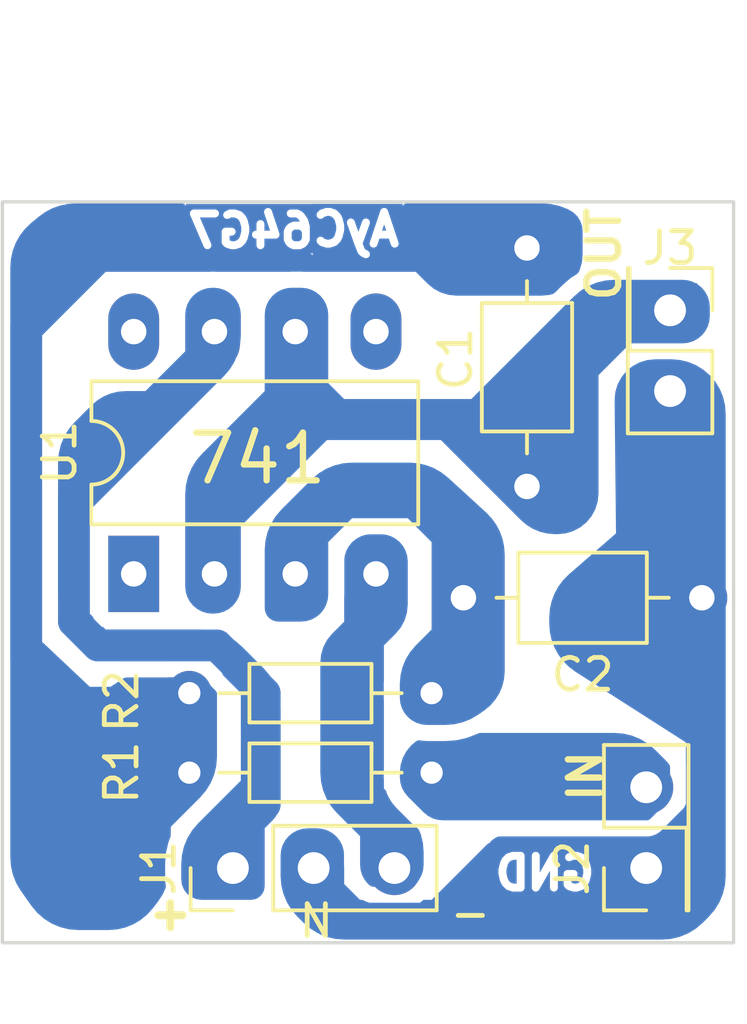
<source format=kicad_pcb>
(kicad_pcb (version 20240108) (generator "pcbnew") (generator_version "8.0")
  (layers (0 "F.Cu" signal) (31 "B.Cu" signal) (34 "B.Paste" user) (35 "F.Paste" user) (36 "B.SilkS" user "B.Silkscreen") (37 "F.SilkS" user "F.Silkscreen") (38 "B.Mask" user) (39 "F.Mask" user) (44 "Edge.Cuts" user))
  (net 0 "")
  (net 1 "Net-(C1-Pad1)")
  (net 2 "Net-(J3-Pin_1)")
  (net 3 "GND")
  (net 4 "Net-(U1-+)")
  (net 5 "VCC")
  (net 6 "VEE")
  (net 7 "Net-(J2-Pin_2)")
  (footprint "Resistor_THT:R_Axial_DIN0204_L3.6mm_D1.6mm_P7.62mm_Horizontal" (layer "F.Cu") (at 155.5 129 180)
    (property "Reference" "R1" (at 9.75 0 90) (layer "F.SilkS"))
    (property "Value" "R")
    (fp_line (start 6.68 0) (end 5.73 0) (stroke (width 0.12)) (layer "F.SilkS"))
    (fp_line (start 5.73 0.92) (end 5.73 -0.92) (stroke (width 0.12)) (layer "F.SilkS"))
    (fp_line (start 5.73 -0.92) (end 1.89 -0.92) (stroke (width 0.12)) (layer "F.SilkS"))
    (fp_line (start 1.89 0.92) (end 5.73 0.92) (stroke (width 0.12)) (layer "F.SilkS"))
    (fp_line (start 1.89 -0.92) (end 1.89 0.92) (stroke (width 0.12)) (layer "F.SilkS"))
    (fp_line (start 0.94 0) (end 1.89 0) (stroke (width 0.12)) (layer "F.SilkS"))
    (pad "1" thru_hole circle (at 0 0 180) (size 1.4 1.4) (drill 0.7) (layers "*.Cu" "*.Mask") (net 7 "Net-(J2-Pin_2)"))
    (pad "2" thru_hole oval (at 7.62 0 180) (size 1.4 1.4) (drill 0.7) (layers "*.Cu" "*.Mask") (net 1 "Net-(C1-Pad1)"))
  )
  (footprint "Connector_PinHeader_2.54mm:PinHeader_1x03_P2.54mm_Vertical" (layer "F.Cu") (at 149.25 132 90)
    (property "Reference" "J1" (at 0 -2.33 90) (layer "F.SilkS"))
    (property "Value" "Alimentacion")
    (fp_line (start -1.33 -1.33) (end 0 -1.33) (stroke (width 0.12)) (layer "F.SilkS"))
    (fp_line (start -1.33 0) (end -1.33 -1.33) (stroke (width 0.12)) (layer "F.SilkS"))
    (fp_line (start 1.33 1.27) (end 1.33 6.41) (stroke (width 0.12)) (layer "F.SilkS"))
    (fp_line (start -1.33 1.27) (end 1.33 1.27) (stroke (width 0.12)) (layer "F.SilkS"))
    (fp_line (start -1.33 1.27) (end -1.33 6.41) (stroke (width 0.12)) (layer "F.SilkS"))
    (fp_line (start -1.33 6.41) (end 1.33 6.41) (stroke (width 0.12)) (layer "F.SilkS"))
    (pad "1" thru_hole rect (at 0 0 90) (size 1.7 1.7) (drill 1) (layers "*.Cu" "*.Mask") (net 5 "VCC"))
    (pad "2" thru_hole oval (at 0 2.54 90) (size 1.7 1.7) (drill 1) (layers "*.Cu" "*.Mask") (net 3 "GND"))
    (pad "3" thru_hole oval (at 0 5.08 90) (size 1.7 1.7) (drill 1) (layers "*.Cu" "*.Mask") (net 6 "VEE"))
  )
  (footprint "Resistor_THT:R_Axial_DIN0204_L3.6mm_D1.6mm_P7.62mm_Horizontal" (layer "F.Cu") (at 147.88 126.5)
    (property "Reference" "R2" (at -2.13 0.25 90) (layer "F.SilkS"))
    (property "Value" "R")
    (fp_line (start 0.94 0) (end 1.89 0) (stroke (width 0.12)) (layer "F.SilkS"))
    (fp_line (start 1.89 -0.92) (end 1.89 0.92) (stroke (width 0.12)) (layer "F.SilkS"))
    (fp_line (start 1.89 0.92) (end 5.73 0.92) (stroke (width 0.12)) (layer "F.SilkS"))
    (fp_line (start 5.73 -0.92) (end 1.89 -0.92) (stroke (width 0.12)) (layer "F.SilkS"))
    (fp_line (start 5.73 0.92) (end 5.73 -0.92) (stroke (width 0.12)) (layer "F.SilkS"))
    (fp_line (start 6.68 0) (end 5.73 0) (stroke (width 0.12)) (layer "F.SilkS"))
    (pad "1" thru_hole circle (at 0 0) (size 1.4 1.4) (drill 0.7) (layers "*.Cu" "*.Mask") (net 1 "Net-(C1-Pad1)"))
    (pad "2" thru_hole oval (at 7.62 0) (size 1.4 1.4) (drill 0.7) (layers "*.Cu" "*.Mask") (net 4 "Net-(U1-+)"))
  )
  (footprint "Capacitor_THT:C_Axial_L3.8mm_D2.6mm_P7.50mm_Horizontal" (layer "F.Cu") (at 158.5 112.5 -90)
    (property "Reference" "C1" (at 3.5 2.25 90) (layer "F.SilkS"))
    (property "Value" "C")
    (fp_line (start 1.73 1.42) (end 5.77 1.42) (stroke (width 0.12)) (layer "F.SilkS"))
    (fp_line (start 5.77 1.42) (end 5.77 -1.42) (stroke (width 0.12)) (layer "F.SilkS"))
    (fp_line (start 1.04 0) (end 1.73 0) (stroke (width 0.12)) (layer "F.SilkS"))
    (fp_line (start 6.46 0) (end 5.77 0) (stroke (width 0.12)) (layer "F.SilkS"))
    (fp_line (start 1.73 -1.42) (end 1.73 1.42) (stroke (width 0.12)) (layer "F.SilkS"))
    (fp_line (start 5.77 -1.42) (end 1.73 -1.42) (stroke (width 0.12)) (layer "F.SilkS"))
    (pad "1" thru_hole circle (at 0 0 270) (size 1.6 1.6) (drill 0.8) (layers "*.Cu" "*.Mask") (net 1 "Net-(C1-Pad1)"))
    (pad "2" thru_hole oval (at 7.5 0 270) (size 1.6 1.6) (drill 0.8) (layers "*.Cu" "*.Mask") (net 2 "Net-(J3-Pin_1)"))
  )
  (footprint "Connector_PinHeader_2.54mm:PinHeader_2x01_P2.54mm_Vertical" (layer "F.Cu") (at 162.25 132 90)
    (property "Reference" "J2" (at 0 -2.33 90) (layer "F.SilkS"))
    (property "Value" "VIN")
    (fp_line (start 3.87 -1.33) (end 3.87 1.33) (stroke (width 0.12)) (layer "F.SilkS"))
    (fp_line (start 1.27 -1.33) (end 3.87 -1.33) (stroke (width 0.12)) (layer "F.SilkS"))
    (fp_line (start -1.33 -1.33) (end 0 -1.33) (stroke (width 0.12)) (layer "F.SilkS"))
    (fp_line (start -1.33 0) (end -1.33 -1.33) (stroke (width 0.12)) (layer "F.SilkS"))
    (fp_line (start 1.27 1.27) (end 1.27 -1.33) (stroke (width 0.12)) (layer "F.SilkS"))
    (fp_line (start -1.33 1.27) (end 1.27 1.27) (stroke (width 0.12)) (layer "F.SilkS"))
    (fp_line (start -1.33 1.27) (end -1.33 1.33) (stroke (width 0.12)) (layer "F.SilkS"))
    (fp_line (start -1.33 1.33) (end 3.87 1.33) (stroke (width 0.12)) (layer "F.SilkS"))
    (pad "1" thru_hole rect (at 0 0 90) (size 1.7 1.7) (drill 1) (layers "*.Cu" "*.Mask") (net 3 "GND"))
    (pad "2" thru_hole oval (at 2.54 0 90) (size 1.7 1.7) (drill 1) (layers "*.Cu" "*.Mask") (net 7 "Net-(J2-Pin_2)"))
  )
  (footprint "Connector_PinHeader_2.54mm:PinHeader_2x01_P2.54mm_Vertical" (layer "F.Cu") (at 163 114.46 -90)
    (property "Reference" "J3" (at -1.96 0 0) (layer "F.SilkS"))
    (property "Value" "VOUT")
    (fp_line (start -1.33 1.33) (end 3.87 1.33) (stroke (width 0.12)) (layer "F.SilkS"))
    (fp_line (start -1.33 1.27) (end -1.33 1.33) (stroke (width 0.12)) (layer "F.SilkS"))
    (fp_line (start -1.33 1.27) (end 1.27 1.27) (stroke (width 0.12)) (layer "F.SilkS"))
    (fp_line (start 1.27 1.27) (end 1.27 -1.33) (stroke (width 0.12)) (layer "F.SilkS"))
    (fp_line (start -1.33 0) (end -1.33 -1.33) (stroke (width 0.12)) (layer "F.SilkS"))
    (fp_line (start -1.33 -1.33) (end 0 -1.33) (stroke (width 0.12)) (layer "F.SilkS"))
    (fp_line (start 1.27 -1.33) (end 3.87 -1.33) (stroke (width 0.12)) (layer "F.SilkS"))
    (fp_line (start 3.87 -1.33) (end 3.87 1.33) (stroke (width 0.12)) (layer "F.SilkS"))
    (pad "1" thru_hole rect (at 0 0 270) (size 1.7 1.7) (drill 1) (layers "*.Cu" "*.Mask") (net 2 "Net-(J3-Pin_1)"))
    (pad "2" thru_hole oval (at 2.54 0 270) (size 1.7 1.7) (drill 1) (layers "*.Cu" "*.Mask") (net 3 "GND"))
  )
  (footprint "Capacitor_THT:C_Axial_L3.8mm_D2.6mm_P7.50mm_Horizontal" (layer "F.Cu") (at 164 123.5 180)
    (property "Reference" "C2" (at 3.75 -2.42 0) (layer "F.SilkS"))
    (property "Value" "C")
    (fp_line (start 6.46 0) (end 5.77 0) (stroke (width 0.12)) (layer "F.SilkS"))
    (fp_line (start 5.77 1.42) (end 5.77 -1.42) (stroke (width 0.12)) (layer "F.SilkS"))
    (fp_line (start 5.77 -1.42) (end 1.73 -1.42) (stroke (width 0.12)) (layer "F.SilkS"))
    (fp_line (start 1.73 1.42) (end 5.77 1.42) (stroke (width 0.12)) (layer "F.SilkS"))
    (fp_line (start 1.73 -1.42) (end 1.73 1.42) (stroke (width 0.12)) (layer "F.SilkS"))
    (fp_line (start 1.04 0) (end 1.73 0) (stroke (width 0.12)) (layer "F.SilkS"))
    (pad "1" thru_hole circle (at 0 0 180) (size 1.6 1.6) (drill 0.8) (layers "*.Cu" "*.Mask") (net 3 "GND"))
    (pad "2" thru_hole oval (at 7.5 0 180) (size 1.6 1.6) (drill 0.8) (layers "*.Cu" "*.Mask") (net 4 "Net-(U1-+)"))
  )
  (footprint "Package_DIP:DIP-8_W7.62mm_LongPads" (layer "F.Cu") (at 146.13 122.75 90)
    (property "Reference" "U1" (at 3.81 -2.33 90) (layer "F.SilkS"))
    (property "Value" "LM741")
    (fp_line (start 6.06 -1.33) (end 4.81 -1.33) (stroke (width 0.12)) (layer "F.SilkS"))
    (fp_line (start 2.81 -1.33) (end 1.56 -1.33) (stroke (width 0.12)) (layer "F.SilkS"))
    (fp_line (start 1.56 -1.33) (end 1.56 8.95) (stroke (width 0.12)) (layer "F.SilkS"))
    (fp_line (start 6.06 8.95) (end 6.06 -1.33) (stroke (width 0.12)) (layer "F.SilkS"))
    (fp_line (start 1.56 8.95) (end 6.06 8.95) (stroke (width 0.12)) (layer "F.SilkS"))
    (fp_arc (start 4.81 -1.33) (mid 3.81 -0.33) (end 2.81 -1.33) (stroke (width 0.12)) (layer "F.SilkS"))
    (pad "1" thru_hole rect (at 0 0 90) (size 2.4 1.6) (drill 0.8) (layers "*.Cu" "*.Mask"))
    (pad "2" thru_hole oval (at 0 2.54 90) (size 2.4 1.6) (drill 0.8) (layers "*.Cu" "*.Mask") (net 2 "Net-(J3-Pin_1)"))
    (pad "3" thru_hole oval (at 0 5.08 90) (size 2.4 1.6) (drill 0.8) (layers "*.Cu" "*.Mask") (net 4 "Net-(U1-+)"))
    (pad "4" thru_hole oval (at 0 7.62 90) (size 2.4 1.6) (drill 0.8) (layers "*.Cu" "*.Mask") (net 6 "VEE"))
    (pad "5" thru_hole oval (at 7.62 7.62 90) (size 2.4 1.6) (drill 0.8) (layers "*.Cu" "*.Mask"))
    (pad "6" thru_hole oval (at 7.62 5.08 90) (size 2.4 1.6) (drill 0.8) (layers "*.Cu" "*.Mask") (net 2 "Net-(J3-Pin_1)"))
    (pad "7" thru_hole oval (at 7.62 2.54 90) (size 2.4 1.6) (drill 0.8) (layers "*.Cu" "*.Mask") (net 5 "VCC"))
    (pad "8" thru_hole oval (at 7.62 0 90) (size 2.4 1.6) (drill 0.8) (layers "*.Cu" "*.Mask"))
  )
  (gr_rect (start 142 111.05) (end 165 134.35) (stroke (width 0.1)) (fill none) (layer "Edge.Cuts"))
  (gr_text "AyC" (at 154.6 112.5 0) (layer "B.Cu" knockout) (effects (font (size 1 1) (thickness 0.25) (bold yes)) (justify left bottom mirror)))
  (gr_text "64G7" (at 151.9 112.55 0) (layer "B.Cu" knockout) (effects (font (size 1 1) (thickness 0.25) (bold yes)) (justify left bottom mirror)))
  (gr_text "GND" (at 160.75 132.75 0) (layer "B.Cu" knockout) (effects (font (size 1 1) (thickness 0.25) (bold yes)) (justify left bottom mirror)))
  (gr_text "+" (at 146.5 134 0) (layer "F.SilkS") (effects (font (size 1 1) (thickness 0.25) (bold yes)) (justify left bottom)))
  (gr_text "OUT" (at 161.5 114.25 90) (layer "F.SilkS") (effects (font (size 1 1) (thickness 0.2) (bold yes)) (justify left bottom)))
  (gr_text "-" (at 156 134 0) (layer "F.SilkS") (effects (font (size 1 1)) (justify left bottom)))
  (gr_text "741" (at 147.75 120 0) (layer "F.SilkS") (effects (font (size 1.5 1.5) (thickness 0.2) (bold yes)) (justify left bottom)))
  (gr_text "N" (at 151.25 134.25 0) (layer "F.SilkS") (effects (font (size 1 1)) (justify left bottom)))
  (gr_text "IN" (at 160.92 130 90) (layer "F.SilkS") (effects (font (size 1 1) (thickness 0.2) (bold yes)) (justify left bottom)))
  (segment (start 145.25 127) (end 147.38 127) (width 1) (layer "B.Cu") (net 1))
  (segment (start 142.75 115) (end 142.75 125.45) (width 1) (layer "B.Cu") (net 1))
  (segment (start 146.11 111.64) (end 142.75 115) (width 1) (layer "B.Cu") (net 1))
  (segment (start 147.88 129) (end 147.38 129) (width 1) (layer "B.Cu") (net 1))
  (segment (start 147.38 129) (end 145.38 127) (width 1) (layer "B.Cu") (net 1))
  (segment (start 147.38 127) (end 147.88 126.5) (width 1) (layer "B.Cu") (net 1))
  (segment (start 144.3 127) (end 145.25 127) (width 1) (layer "B.Cu") (net 1))
  (segment (start 142.75 125.45) (end 144.3 127) (width 1) (layer "B.Cu") (net 1))
  (segment (start 145.38 127) (end 145.25 127) (width 1) (layer "B.Cu") (net 1))
  (segment (start 148.67 122.75) (end 148.67 120.58) (width 1) (layer "B.Cu") (net 2))
  (segment (start 156.79 118.04) (end 158.5 119.75) (width 1) (layer "B.Cu") (net 2))
  (segment (start 158.5 119.75) (end 158.5 120) (width 1) (layer "B.Cu") (net 2))
  (segment (start 148.67 120.58) (end 151.21 118.04) (width 1) (layer "B.Cu") (net 2))
  (segment (start 160.37 114.46) (end 156.79 118.04) (width 1) (layer "B.Cu") (net 2))
  (segment (start 163 114.46) (end 160.37 114.46) (width 1) (layer "B.Cu") (net 2))
  (segment (start 151.21 118.04) (end 156.79 118.04) (width 1) (layer "B.Cu") (net 2))
  (segment (start 151.21 118.04) (end 151.21 115.13) (width 1) (layer "B.Cu") (net 2))
  (segment (start 151.79 132) (end 151.79 133.04) (width 1) (layer "B.Cu") (net 3))
  (segment (start 164 130.25) (end 162.25 132) (width 1) (layer "B.Cu") (net 3))
  (segment (start 152.34 133.59) (end 160.66 133.59) (width 1) (layer "B.Cu") (net 3))
  (segment (start 163 117) (end 163 122.5) (width 1) (layer "B.Cu") (net 3))
  (segment (start 160.66 133.59) (end 162.25 132) (width 1) (layer "B.Cu") (net 3))
  (segment (start 151.79 133.04) (end 152.34 133.59) (width 1) (layer "B.Cu") (net 3))
  (segment (start 163 122.5) (end 164 123.5) (width 1) (layer "B.Cu") (net 3))
  (segment (start 164 123.5) (end 164 130.25) (width 1) (layer "B.Cu") (net 3))
  (segment (start 155 120) (end 156.5 121.5) (width 1) (layer "B.Cu") (net 4))
  (segment (start 156.5 124.5) (end 156.5 123.5) (width 1) (layer "B.Cu") (net 4))
  (segment (start 156.5 121.5) (end 156.5 123.5) (width 1) (layer "B.Cu") (net 4))
  (segment (start 155.5 125.5) (end 156.5 124.5) (width 1) (layer "B.Cu") (net 4))
  (segment (start 151.21 122.75) (end 151.21 121.35) (width 1) (layer "B.Cu") (net 4))
  (segment (start 155.5 126.5) (end 155.5 125.5) (width 1) (layer "B.Cu") (net 4))
  (segment (start 152.56 120) (end 155 120) (width 1) (layer "B.Cu") (net 4))
  (segment (start 151.21 121.35) (end 152.56 120) (width 1) (layer "B.Cu") (net 4))
  (segment (start 148.67 115.83) (end 144.25 120.25) (width 1) (layer "B.Cu") (net 5))
  (segment (start 144.25 120.25) (end 144.25 124.246376) (width 1) (layer "B.Cu") (net 5))
  (segment (start 150.25 130) (end 149.25 131) (width 1) (layer "B.Cu") (net 5))
  (segment (start 148.75 125) (end 150.25 126.5) (width 1) (layer "B.Cu") (net 5))
  (segment (start 150.25 126.5) (end 150.25 130) (width 1) (layer "B.Cu") (net 5))
  (segment (start 144.25 124.246376) (end 145.003624 125) (width 1) (layer "B.Cu") (net 5))
  (segment (start 148.67 115.13) (end 148.67 115.83) (width 1) (layer "B.Cu") (net 5))
  (segment (start 145.003624 125) (end 148.75 125) (width 1) (layer "B.Cu") (net 5))
  (segment (start 149.25 131) (end 149.25 132) (width 1) (layer "B.Cu") (net 5))
  (segment (start 153 125.25) (end 153.75 124.5) (width 1) (layer "B.Cu") (net 6))
  (segment (start 153 129.75) (end 153 125.25) (width 1) (layer "B.Cu") (net 6))
  (segment (start 154.33 131.08) (end 153 129.75) (width 1) (layer "B.Cu") (net 6))
  (segment (start 154.33 132) (end 154.33 131.08) (width 1) (layer "B.Cu") (net 6))
  (segment (start 153.75 124.5) (end 153.75 122.75) (width 1) (layer "B.Cu") (net 6))
  (segment (start 162.25 129.46) (end 155.96 129.46) (width 1) (layer "B.Cu") (net 7))
  (segment (start 155.96 129.46) (end 155.5 129) (width 1) (layer "B.Cu") (net 7))
  (zone (net 7) (net_name "Net-(J2-Pin_2)") (layer "B.Cu") (priority 5) (connect_pads yes (clearance 0.5)) (min_thickness 0.25) (fill yes (thermal_gap 0.5) (thermal_bridge_width 0.5) (smoothing fillet) (radius 1.8))
    (polygon (pts (xy 155 130) (xy 154.5 129.5) (xy 154.5 128.5) (xy 155.25 127.75) (xy 162 127.75) (xy 163.25 129) (xy 163.25 130) (xy 162.75 130.5) (xy 155.5 130.5)))
  )
  (zone (net 3) (net_name "GND") (layer "B.Cu") (priority 3) (connect_pads yes (clearance 0.5)) (min_thickness 0.25) (fill yes (thermal_gap 0.5) (thermal_bridge_width 0.5) (smoothing fillet) (radius 1.8))
    (polygon (pts (xy 159.2 123.3) (xy 161.3 121.475) (xy 161.25 116.75) (xy 162 116) (xy 163.75 116) (xy 164.75 117) (xy 164.75 133) (xy 163.5 134.25) (xy 152 134.25) (xy 150.75 133) (xy 150.75 131.25) (xy 151.25 130.75) (xy 152.25 130.75) (xy 152.75 131.25) (xy 152.75 132.125) (xy 152.75 132.5) (xy 153.25 133) (xy 155.5 133) (xy 157.75 130.75) (xy 162.75 130.75) (xy 163.5 130) (xy 163.5 128.05) (xy 159.2 125.3)))
  )
  (zone (net 2) (net_name "Net-(J3-Pin_1)") (layer "B.Cu") (priority 2) (connect_pads yes (clearance 0.5)) (min_thickness 0.25) (fill yes (thermal_gap 0.5) (thermal_bridge_width 0.5) (smoothing fillet) (radius 1.8))
    (polygon (pts (xy 163.75 113.5) (xy 164.25 114) (xy 164.25 115) (xy 163.75 115.5) (xy 161.75 115.5) (xy 160.75 116.5) (xy 160.75 120.75) (xy 160 121.5) (xy 158.75 121.5) (xy 155.75 118.5) (xy 152.25 118.5) (xy 149.5 121.25) (xy 149.5 123.5) (xy 149 124) (xy 148.25 124) (xy 147.75 123.5) (xy 147.75 119.5) (xy 150.25 117) (xy 150.25 114.25) (xy 150.75 113.75) (xy 151.75 113.75) (xy 152.25 114.25) (xy 152.25 116.75) (xy 152.75 117.25) (xy 156.75 117.25) (xy 160.5 113.5) (xy 162 113.5)))
  )
  (zone (net 1) (net_name "Net-(C1-Pad1)") (layer "B.Cu") (connect_pads yes (clearance 0.5)) (min_thickness 0.25) (fill yes (thermal_gap 0.5) (thermal_bridge_width 0.5) (smoothing fillet) (radius 1.8))
    (polygon (pts (xy 148.5 125.75) (xy 148.75 126) (xy 148.75 129.25) (xy 147.3 130.7) (xy 147.25 132.6) (xy 146.2 133.95) (xy 143.45 133.95) (xy 142.25 132.25) (xy 142.25 129.25) (xy 142.25 112.25) (xy 143.65 111.1) (xy 159.4 111.1) (xy 160.25 111.5) (xy 160.25 113.25) (xy 159.5 114) (xy 155.75 114) (xy 155 113.25) (xy 145.25 113.25) (xy 143.25 115.25) (xy 143 124.65) (xy 144.75 126.3) (xy 145.4 126.3) (xy 146.25 125.75)))
  )
  (zone (net 5) (net_name "VCC") (layer "B.Cu") (priority 1) (connect_pads yes (clearance 0.5)) (min_thickness 0.25) (fill yes (thermal_gap 0.5) (thermal_bridge_width 0.5) (smoothing fillet) (radius 1.8))
    (polygon (pts (xy 147.75 114.25) (xy 148.25 113.75) (xy 149 113.75) (xy 149.5 114.25) (xy 149.5 116) (xy 144.75 120.75) (xy 144.75 124) (xy 145.25 124.5) (xy 149 124.5) (xy 150.75 126.25) (xy 150.75 130.25) (xy 150.25 130.75) (xy 150.25 132.75) (xy 150 133) (xy 148 133) (xy 147.625 132.625) (xy 147.625 131.125) (xy 149.5 129.25) (xy 149.5 126.5) (xy 148.5 125.5) (xy 145 125.5) (xy 143.75 124.25) (xy 143.75 118.5) (xy 145.25 117) (xy 146.5 117) (xy 147.75 115.75)))
  )
  (zone (net 4) (net_name "Net-(U1-+)") (layer "B.Cu") (priority 6) (connect_pads yes (clearance 0.5)) (min_thickness 0.25) (fill yes (thermal_gap 0.5) (thermal_bridge_width 0.5) (smoothing fillet) (radius 1.8))
    (polygon (pts (xy 155 127.5) (xy 154.5 127) (xy 154.5 125.5) (xy 155.5 124.5) (xy 155.5 121.75) (xy 154.75 121) (xy 153 121) (xy 152.25 121.75) (xy 152.25 123.75) (xy 151.75 124.25) (xy 150.5 124.25) (xy 150.25 124) (xy 150.25 121.25) (xy 152.25 119.25) (xy 155.5 119.25) (xy 157.8 121.35) (xy 157.8 126.6) (xy 156.5 127.5)))
  )
  (zone (net 6) (net_name "VEE") (layer "B.Cu") (priority 4) (connect_pads yes (clearance 0.5)) (min_thickness 0.25) (fill yes (thermal_gap 0.5) (thermal_bridge_width 0.5) (smoothing fillet) (radius 1.8))
    (polygon (pts (xy 152.75 122) (xy 153.25 121.5) (xy 154.25 121.5) (xy 154.75 122) (xy 154.75 124.25) (xy 154 125) (xy 154 129.5) (xy 155.25 130.75) (xy 155.25 132.25) (xy 154.75 132.75) (xy 153.75 132.75) (xy 153.25 132.25) (xy 153.25 131) (xy 152 129.75) (xy 152 125) (xy 152.75 124.25)))
  )
)
</source>
